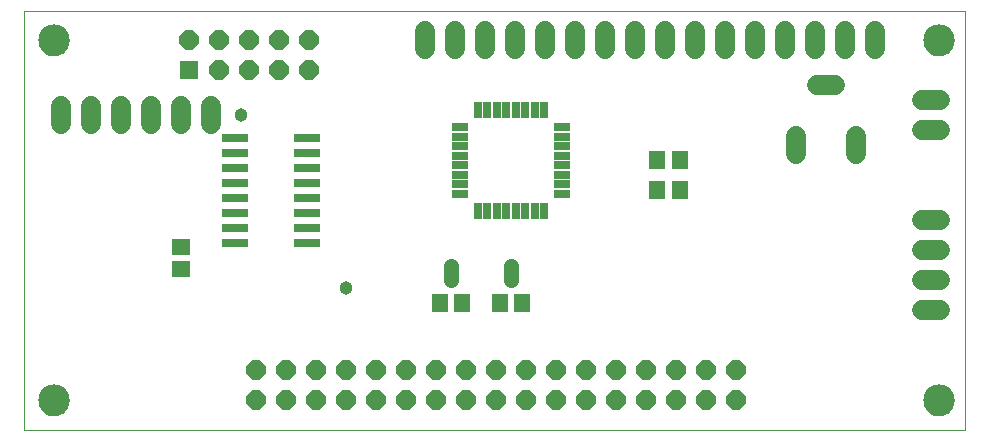
<source format=gbs>
G75*
%MOIN*%
%OFA0B0*%
%FSLAX24Y24*%
%IPPOS*%
%LPD*%
%AMOC8*
5,1,8,0,0,1.08239X$1,22.5*
%
%ADD10C,0.0000*%
%ADD11OC8,0.0650*%
%ADD12C,0.0650*%
%ADD13R,0.0850X0.0310*%
%ADD14R,0.0270X0.0550*%
%ADD15R,0.0550X0.0270*%
%ADD16R,0.0641X0.0562*%
%ADD17C,0.0490*%
%ADD18R,0.0562X0.0641*%
%ADD19C,0.1050*%
%ADD20R,0.0644X0.0644*%
%ADD21OC8,0.0644*%
%ADD22C,0.0446*%
D10*
X002288Y000180D02*
X002288Y014176D01*
X033658Y014176D01*
X033658Y000180D01*
X002288Y000180D01*
X002788Y001180D02*
X002790Y001224D01*
X002796Y001268D01*
X002806Y001311D01*
X002819Y001353D01*
X002836Y001394D01*
X002857Y001433D01*
X002881Y001470D01*
X002908Y001505D01*
X002938Y001537D01*
X002971Y001567D01*
X003007Y001593D01*
X003044Y001617D01*
X003084Y001636D01*
X003125Y001653D01*
X003168Y001665D01*
X003211Y001674D01*
X003255Y001679D01*
X003299Y001680D01*
X003343Y001677D01*
X003387Y001670D01*
X003430Y001659D01*
X003472Y001645D01*
X003512Y001627D01*
X003551Y001605D01*
X003587Y001581D01*
X003621Y001553D01*
X003653Y001522D01*
X003682Y001488D01*
X003708Y001452D01*
X003730Y001414D01*
X003749Y001374D01*
X003764Y001332D01*
X003776Y001290D01*
X003784Y001246D01*
X003788Y001202D01*
X003788Y001158D01*
X003784Y001114D01*
X003776Y001070D01*
X003764Y001028D01*
X003749Y000986D01*
X003730Y000946D01*
X003708Y000908D01*
X003682Y000872D01*
X003653Y000838D01*
X003621Y000807D01*
X003587Y000779D01*
X003551Y000755D01*
X003512Y000733D01*
X003472Y000715D01*
X003430Y000701D01*
X003387Y000690D01*
X003343Y000683D01*
X003299Y000680D01*
X003255Y000681D01*
X003211Y000686D01*
X003168Y000695D01*
X003125Y000707D01*
X003084Y000724D01*
X003044Y000743D01*
X003007Y000767D01*
X002971Y000793D01*
X002938Y000823D01*
X002908Y000855D01*
X002881Y000890D01*
X002857Y000927D01*
X002836Y000966D01*
X002819Y001007D01*
X002806Y001049D01*
X002796Y001092D01*
X002790Y001136D01*
X002788Y001180D01*
X002788Y013180D02*
X002790Y013224D01*
X002796Y013268D01*
X002806Y013311D01*
X002819Y013353D01*
X002836Y013394D01*
X002857Y013433D01*
X002881Y013470D01*
X002908Y013505D01*
X002938Y013537D01*
X002971Y013567D01*
X003007Y013593D01*
X003044Y013617D01*
X003084Y013636D01*
X003125Y013653D01*
X003168Y013665D01*
X003211Y013674D01*
X003255Y013679D01*
X003299Y013680D01*
X003343Y013677D01*
X003387Y013670D01*
X003430Y013659D01*
X003472Y013645D01*
X003512Y013627D01*
X003551Y013605D01*
X003587Y013581D01*
X003621Y013553D01*
X003653Y013522D01*
X003682Y013488D01*
X003708Y013452D01*
X003730Y013414D01*
X003749Y013374D01*
X003764Y013332D01*
X003776Y013290D01*
X003784Y013246D01*
X003788Y013202D01*
X003788Y013158D01*
X003784Y013114D01*
X003776Y013070D01*
X003764Y013028D01*
X003749Y012986D01*
X003730Y012946D01*
X003708Y012908D01*
X003682Y012872D01*
X003653Y012838D01*
X003621Y012807D01*
X003587Y012779D01*
X003551Y012755D01*
X003512Y012733D01*
X003472Y012715D01*
X003430Y012701D01*
X003387Y012690D01*
X003343Y012683D01*
X003299Y012680D01*
X003255Y012681D01*
X003211Y012686D01*
X003168Y012695D01*
X003125Y012707D01*
X003084Y012724D01*
X003044Y012743D01*
X003007Y012767D01*
X002971Y012793D01*
X002938Y012823D01*
X002908Y012855D01*
X002881Y012890D01*
X002857Y012927D01*
X002836Y012966D01*
X002819Y013007D01*
X002806Y013049D01*
X002796Y013092D01*
X002790Y013136D01*
X002788Y013180D01*
X032288Y013180D02*
X032290Y013224D01*
X032296Y013268D01*
X032306Y013311D01*
X032319Y013353D01*
X032336Y013394D01*
X032357Y013433D01*
X032381Y013470D01*
X032408Y013505D01*
X032438Y013537D01*
X032471Y013567D01*
X032507Y013593D01*
X032544Y013617D01*
X032584Y013636D01*
X032625Y013653D01*
X032668Y013665D01*
X032711Y013674D01*
X032755Y013679D01*
X032799Y013680D01*
X032843Y013677D01*
X032887Y013670D01*
X032930Y013659D01*
X032972Y013645D01*
X033012Y013627D01*
X033051Y013605D01*
X033087Y013581D01*
X033121Y013553D01*
X033153Y013522D01*
X033182Y013488D01*
X033208Y013452D01*
X033230Y013414D01*
X033249Y013374D01*
X033264Y013332D01*
X033276Y013290D01*
X033284Y013246D01*
X033288Y013202D01*
X033288Y013158D01*
X033284Y013114D01*
X033276Y013070D01*
X033264Y013028D01*
X033249Y012986D01*
X033230Y012946D01*
X033208Y012908D01*
X033182Y012872D01*
X033153Y012838D01*
X033121Y012807D01*
X033087Y012779D01*
X033051Y012755D01*
X033012Y012733D01*
X032972Y012715D01*
X032930Y012701D01*
X032887Y012690D01*
X032843Y012683D01*
X032799Y012680D01*
X032755Y012681D01*
X032711Y012686D01*
X032668Y012695D01*
X032625Y012707D01*
X032584Y012724D01*
X032544Y012743D01*
X032507Y012767D01*
X032471Y012793D01*
X032438Y012823D01*
X032408Y012855D01*
X032381Y012890D01*
X032357Y012927D01*
X032336Y012966D01*
X032319Y013007D01*
X032306Y013049D01*
X032296Y013092D01*
X032290Y013136D01*
X032288Y013180D01*
X032288Y001180D02*
X032290Y001224D01*
X032296Y001268D01*
X032306Y001311D01*
X032319Y001353D01*
X032336Y001394D01*
X032357Y001433D01*
X032381Y001470D01*
X032408Y001505D01*
X032438Y001537D01*
X032471Y001567D01*
X032507Y001593D01*
X032544Y001617D01*
X032584Y001636D01*
X032625Y001653D01*
X032668Y001665D01*
X032711Y001674D01*
X032755Y001679D01*
X032799Y001680D01*
X032843Y001677D01*
X032887Y001670D01*
X032930Y001659D01*
X032972Y001645D01*
X033012Y001627D01*
X033051Y001605D01*
X033087Y001581D01*
X033121Y001553D01*
X033153Y001522D01*
X033182Y001488D01*
X033208Y001452D01*
X033230Y001414D01*
X033249Y001374D01*
X033264Y001332D01*
X033276Y001290D01*
X033284Y001246D01*
X033288Y001202D01*
X033288Y001158D01*
X033284Y001114D01*
X033276Y001070D01*
X033264Y001028D01*
X033249Y000986D01*
X033230Y000946D01*
X033208Y000908D01*
X033182Y000872D01*
X033153Y000838D01*
X033121Y000807D01*
X033087Y000779D01*
X033051Y000755D01*
X033012Y000733D01*
X032972Y000715D01*
X032930Y000701D01*
X032887Y000690D01*
X032843Y000683D01*
X032799Y000680D01*
X032755Y000681D01*
X032711Y000686D01*
X032668Y000695D01*
X032625Y000707D01*
X032584Y000724D01*
X032544Y000743D01*
X032507Y000767D01*
X032471Y000793D01*
X032438Y000823D01*
X032408Y000855D01*
X032381Y000890D01*
X032357Y000927D01*
X032336Y000966D01*
X032319Y001007D01*
X032306Y001049D01*
X032296Y001092D01*
X032290Y001136D01*
X032288Y001180D01*
D11*
X026038Y001180D03*
X025038Y001180D03*
X024038Y001180D03*
X023038Y001180D03*
X022038Y001180D03*
X021038Y001180D03*
X020038Y001180D03*
X019038Y001180D03*
X018038Y001180D03*
X017038Y001180D03*
X016038Y001180D03*
X015038Y001180D03*
X014038Y001180D03*
X013038Y001180D03*
X012038Y001180D03*
X011038Y001180D03*
X010038Y001180D03*
X010038Y002180D03*
X011038Y002180D03*
X012038Y002180D03*
X013038Y002180D03*
X014038Y002180D03*
X015038Y002180D03*
X016038Y002180D03*
X017038Y002180D03*
X018038Y002180D03*
X019038Y002180D03*
X020038Y002180D03*
X021038Y002180D03*
X022038Y002180D03*
X023038Y002180D03*
X024038Y002180D03*
X025038Y002180D03*
X026038Y002180D03*
D12*
X032238Y004180D02*
X032838Y004180D01*
X032838Y005180D02*
X032238Y005180D01*
X032238Y006180D02*
X032838Y006180D01*
X032838Y007180D02*
X032238Y007180D01*
X030038Y009380D02*
X030038Y009980D01*
X028038Y009980D02*
X028038Y009380D01*
X032238Y010180D02*
X032838Y010180D01*
X032838Y011180D02*
X032238Y011180D01*
X029338Y011680D02*
X028738Y011680D01*
X028663Y012880D02*
X028663Y013480D01*
X027663Y013480D02*
X027663Y012880D01*
X026663Y012880D02*
X026663Y013480D01*
X025663Y013480D02*
X025663Y012880D01*
X024663Y012880D02*
X024663Y013480D01*
X023663Y013480D02*
X023663Y012880D01*
X022663Y012880D02*
X022663Y013480D01*
X021663Y013480D02*
X021663Y012880D01*
X020663Y012880D02*
X020663Y013480D01*
X019663Y013480D02*
X019663Y012880D01*
X018663Y012880D02*
X018663Y013480D01*
X017663Y013480D02*
X017663Y012880D01*
X016663Y012880D02*
X016663Y013480D01*
X015663Y013480D02*
X015663Y012880D01*
X008538Y010980D02*
X008538Y010380D01*
X007538Y010380D02*
X007538Y010980D01*
X006538Y010980D02*
X006538Y010380D01*
X005538Y010380D02*
X005538Y010980D01*
X004538Y010980D02*
X004538Y010380D01*
X003538Y010380D02*
X003538Y010980D01*
X029663Y012880D02*
X029663Y013480D01*
X030663Y013480D02*
X030663Y012880D01*
D13*
X011748Y009930D03*
X011748Y009430D03*
X011748Y008930D03*
X011748Y008430D03*
X011748Y007930D03*
X011748Y007430D03*
X011748Y006930D03*
X011748Y006430D03*
X009328Y006430D03*
X009328Y006930D03*
X009328Y007430D03*
X009328Y007930D03*
X009328Y008430D03*
X009328Y008930D03*
X009328Y009430D03*
X009328Y009930D03*
D14*
X017436Y010870D03*
X017751Y010870D03*
X018066Y010870D03*
X018381Y010870D03*
X018696Y010870D03*
X019011Y010870D03*
X019326Y010870D03*
X019641Y010870D03*
X019641Y007490D03*
X019326Y007490D03*
X019011Y007490D03*
X018696Y007490D03*
X018381Y007490D03*
X018066Y007490D03*
X017751Y007490D03*
X017436Y007490D03*
D15*
X016848Y008078D03*
X016848Y008393D03*
X016848Y008708D03*
X016848Y009023D03*
X016848Y009337D03*
X016848Y009652D03*
X016848Y009967D03*
X016848Y010282D03*
X020228Y010282D03*
X020228Y009967D03*
X020228Y009652D03*
X020228Y009337D03*
X020228Y009023D03*
X020228Y008708D03*
X020228Y008393D03*
X020228Y008078D03*
D16*
X007538Y006304D03*
X007538Y005556D03*
D17*
X016538Y005650D02*
X016538Y005210D01*
X018538Y005210D02*
X018538Y005650D01*
D18*
X018164Y004430D03*
X018912Y004430D03*
X016912Y004430D03*
X016164Y004430D03*
X023414Y008180D03*
X024162Y008180D03*
X024162Y009180D03*
X023414Y009180D03*
D19*
X032788Y013180D03*
X032788Y001180D03*
X003288Y001180D03*
X003288Y013180D03*
D20*
X007788Y012180D03*
D21*
X008788Y012180D03*
X009788Y012180D03*
X010788Y012180D03*
X011788Y012180D03*
X011788Y013180D03*
X010788Y013180D03*
X009788Y013180D03*
X008788Y013180D03*
X007788Y013180D03*
D22*
X009538Y010680D03*
X013038Y004930D03*
M02*

</source>
